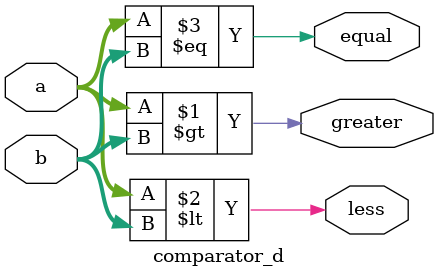
<source format=v>
module comparator_d #(parameter MSB = 256)(
    input wire [MSB-1:0] a,
    input wire [MSB-1:0] b,
    output greater,
    output less,
    output equal
);

    assign greater = (a > b);
    assign less    = (a < b);
    assign equal  = (a == b);    

endmodule


</source>
